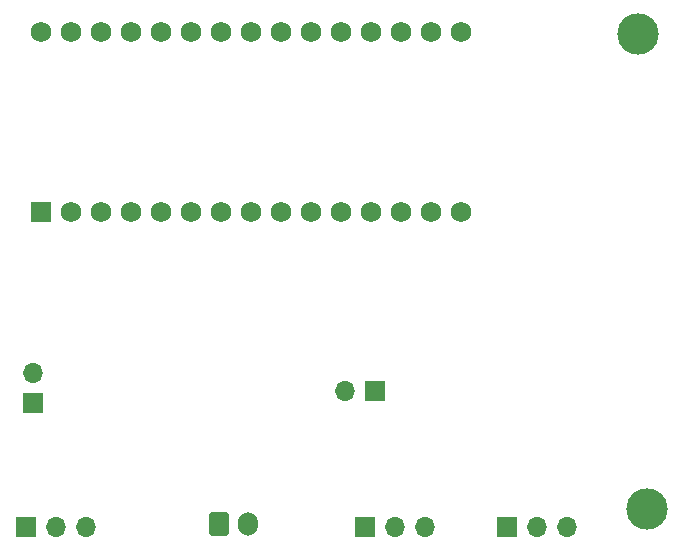
<source format=gbr>
%TF.GenerationSoftware,KiCad,Pcbnew,8.0.7*%
%TF.CreationDate,2024-12-28T13:43:39+03:00*%
%TF.ProjectId,SingleSwitch,53696e67-6c65-4537-9769-7463682e6b69,rev?*%
%TF.SameCoordinates,Original*%
%TF.FileFunction,Soldermask,Bot*%
%TF.FilePolarity,Negative*%
%FSLAX46Y46*%
G04 Gerber Fmt 4.6, Leading zero omitted, Abs format (unit mm)*
G04 Created by KiCad (PCBNEW 8.0.7) date 2024-12-28 13:43:39*
%MOMM*%
%LPD*%
G01*
G04 APERTURE LIST*
G04 Aperture macros list*
%AMRoundRect*
0 Rectangle with rounded corners*
0 $1 Rounding radius*
0 $2 $3 $4 $5 $6 $7 $8 $9 X,Y pos of 4 corners*
0 Add a 4 corners polygon primitive as box body*
4,1,4,$2,$3,$4,$5,$6,$7,$8,$9,$2,$3,0*
0 Add four circle primitives for the rounded corners*
1,1,$1+$1,$2,$3*
1,1,$1+$1,$4,$5*
1,1,$1+$1,$6,$7*
1,1,$1+$1,$8,$9*
0 Add four rect primitives between the rounded corners*
20,1,$1+$1,$2,$3,$4,$5,0*
20,1,$1+$1,$4,$5,$6,$7,0*
20,1,$1+$1,$6,$7,$8,$9,0*
20,1,$1+$1,$8,$9,$2,$3,0*%
G04 Aperture macros list end*
%ADD10R,1.700000X1.700000*%
%ADD11O,1.700000X1.700000*%
%ADD12C,3.500000*%
%ADD13RoundRect,0.102000X-0.762000X-0.762000X0.762000X-0.762000X0.762000X0.762000X-0.762000X0.762000X0*%
%ADD14C,1.728000*%
%ADD15RoundRect,0.250000X-0.600000X-0.750000X0.600000X-0.750000X0.600000X0.750000X-0.600000X0.750000X0*%
%ADD16O,1.700000X2.000000*%
G04 APERTURE END LIST*
D10*
%TO.C,J6*%
X130250000Y-96775000D03*
D11*
X130250000Y-94235000D03*
%TD*%
D10*
%TO.C,J5*%
X159250000Y-95750000D03*
D11*
X156710000Y-95750000D03*
%TD*%
D12*
%TO.C,H1*%
X181500000Y-65500000D03*
%TD*%
D10*
%TO.C,J1*%
X158420000Y-107250000D03*
D11*
X160960000Y-107250000D03*
X163500000Y-107250000D03*
%TD*%
D10*
%TO.C,J3*%
X170420000Y-107250000D03*
D11*
X172960000Y-107250000D03*
X175500000Y-107250000D03*
%TD*%
D10*
%TO.C,J4*%
X129725000Y-107250000D03*
D11*
X132265000Y-107250000D03*
X134805000Y-107250000D03*
%TD*%
D13*
%TO.C,TB1*%
X130970000Y-80620000D03*
D14*
X133510000Y-80620000D03*
X136050000Y-80620000D03*
X138590000Y-80620000D03*
X141130000Y-80620000D03*
X143670000Y-80620000D03*
X146210000Y-80620000D03*
X148750000Y-80620000D03*
X151290000Y-80620000D03*
X153830000Y-80620000D03*
X156370000Y-80620000D03*
X158910000Y-80620000D03*
X161450000Y-80620000D03*
X163990000Y-80620000D03*
X166530000Y-80620000D03*
X166530000Y-65380000D03*
X163990000Y-65380000D03*
X161450000Y-65380000D03*
X158910000Y-65380000D03*
X156370000Y-65380000D03*
X153830000Y-65380000D03*
X151290000Y-65380000D03*
X148750000Y-65380000D03*
X146210000Y-65380000D03*
X143670000Y-65380000D03*
X141130000Y-65380000D03*
X138590000Y-65380000D03*
X136050000Y-65380000D03*
X133510000Y-65380000D03*
X130970000Y-65380000D03*
%TD*%
D15*
%TO.C,J2*%
X146000000Y-107000000D03*
D16*
X148500000Y-107000000D03*
%TD*%
D12*
%TO.C,H3*%
X182250000Y-105750000D03*
%TD*%
M02*

</source>
